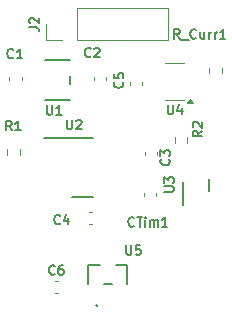
<source format=gbr>
G04 #@! TF.GenerationSoftware,KiCad,Pcbnew,8.0.1*
G04 #@! TF.CreationDate,2025-02-25T23:30:01-07:00*
G04 #@! TF.ProjectId,Temperature_Flex,54656d70-6572-4617-9475-72655f466c65,rev?*
G04 #@! TF.SameCoordinates,Original*
G04 #@! TF.FileFunction,Legend,Top*
G04 #@! TF.FilePolarity,Positive*
%FSLAX46Y46*%
G04 Gerber Fmt 4.6, Leading zero omitted, Abs format (unit mm)*
G04 Created by KiCad (PCBNEW 8.0.1) date 2025-02-25 23:30:01*
%MOMM*%
%LPD*%
G01*
G04 APERTURE LIST*
%ADD10C,0.150000*%
%ADD11C,0.200000*%
%ADD12C,0.120000*%
%ADD13C,0.152400*%
G04 APERTURE END LIST*
D10*
X196072295Y-66479523D02*
X196719914Y-66479523D01*
X196719914Y-66479523D02*
X196796104Y-66441428D01*
X196796104Y-66441428D02*
X196834200Y-66403333D01*
X196834200Y-66403333D02*
X196872295Y-66327142D01*
X196872295Y-66327142D02*
X196872295Y-66174761D01*
X196872295Y-66174761D02*
X196834200Y-66098571D01*
X196834200Y-66098571D02*
X196796104Y-66060476D01*
X196796104Y-66060476D02*
X196719914Y-66022380D01*
X196719914Y-66022380D02*
X196072295Y-66022380D01*
X196072295Y-65717619D02*
X196072295Y-65222381D01*
X196072295Y-65222381D02*
X196377057Y-65489047D01*
X196377057Y-65489047D02*
X196377057Y-65374762D01*
X196377057Y-65374762D02*
X196415152Y-65298571D01*
X196415152Y-65298571D02*
X196453247Y-65260476D01*
X196453247Y-65260476D02*
X196529438Y-65222381D01*
X196529438Y-65222381D02*
X196719914Y-65222381D01*
X196719914Y-65222381D02*
X196796104Y-65260476D01*
X196796104Y-65260476D02*
X196834200Y-65298571D01*
X196834200Y-65298571D02*
X196872295Y-65374762D01*
X196872295Y-65374762D02*
X196872295Y-65603333D01*
X196872295Y-65603333D02*
X196834200Y-65679524D01*
X196834200Y-65679524D02*
X196796104Y-65717619D01*
X189826667Y-55016104D02*
X189788571Y-55054200D01*
X189788571Y-55054200D02*
X189674286Y-55092295D01*
X189674286Y-55092295D02*
X189598095Y-55092295D01*
X189598095Y-55092295D02*
X189483809Y-55054200D01*
X189483809Y-55054200D02*
X189407619Y-54978009D01*
X189407619Y-54978009D02*
X189369524Y-54901819D01*
X189369524Y-54901819D02*
X189331428Y-54749438D01*
X189331428Y-54749438D02*
X189331428Y-54635152D01*
X189331428Y-54635152D02*
X189369524Y-54482771D01*
X189369524Y-54482771D02*
X189407619Y-54406580D01*
X189407619Y-54406580D02*
X189483809Y-54330390D01*
X189483809Y-54330390D02*
X189598095Y-54292295D01*
X189598095Y-54292295D02*
X189674286Y-54292295D01*
X189674286Y-54292295D02*
X189788571Y-54330390D01*
X189788571Y-54330390D02*
X189826667Y-54368485D01*
X190131428Y-54368485D02*
X190169524Y-54330390D01*
X190169524Y-54330390D02*
X190245714Y-54292295D01*
X190245714Y-54292295D02*
X190436190Y-54292295D01*
X190436190Y-54292295D02*
X190512381Y-54330390D01*
X190512381Y-54330390D02*
X190550476Y-54368485D01*
X190550476Y-54368485D02*
X190588571Y-54444676D01*
X190588571Y-54444676D02*
X190588571Y-54520866D01*
X190588571Y-54520866D02*
X190550476Y-54635152D01*
X190550476Y-54635152D02*
X190093333Y-55092295D01*
X190093333Y-55092295D02*
X190588571Y-55092295D01*
X192820476Y-71012295D02*
X192820476Y-71659914D01*
X192820476Y-71659914D02*
X192858571Y-71736104D01*
X192858571Y-71736104D02*
X192896666Y-71774200D01*
X192896666Y-71774200D02*
X192972857Y-71812295D01*
X192972857Y-71812295D02*
X193125238Y-71812295D01*
X193125238Y-71812295D02*
X193201428Y-71774200D01*
X193201428Y-71774200D02*
X193239523Y-71736104D01*
X193239523Y-71736104D02*
X193277619Y-71659914D01*
X193277619Y-71659914D02*
X193277619Y-71012295D01*
X194039523Y-71012295D02*
X193658571Y-71012295D01*
X193658571Y-71012295D02*
X193620475Y-71393247D01*
X193620475Y-71393247D02*
X193658571Y-71355152D01*
X193658571Y-71355152D02*
X193734761Y-71317057D01*
X193734761Y-71317057D02*
X193925237Y-71317057D01*
X193925237Y-71317057D02*
X194001428Y-71355152D01*
X194001428Y-71355152D02*
X194039523Y-71393247D01*
X194039523Y-71393247D02*
X194077618Y-71469438D01*
X194077618Y-71469438D02*
X194077618Y-71659914D01*
X194077618Y-71659914D02*
X194039523Y-71736104D01*
X194039523Y-71736104D02*
X194001428Y-71774200D01*
X194001428Y-71774200D02*
X193925237Y-71812295D01*
X193925237Y-71812295D02*
X193734761Y-71812295D01*
X193734761Y-71812295D02*
X193658571Y-71774200D01*
X193658571Y-71774200D02*
X193620475Y-71736104D01*
X183146667Y-61262295D02*
X182880000Y-60881342D01*
X182689524Y-61262295D02*
X182689524Y-60462295D01*
X182689524Y-60462295D02*
X182994286Y-60462295D01*
X182994286Y-60462295D02*
X183070476Y-60500390D01*
X183070476Y-60500390D02*
X183108571Y-60538485D01*
X183108571Y-60538485D02*
X183146667Y-60614676D01*
X183146667Y-60614676D02*
X183146667Y-60728961D01*
X183146667Y-60728961D02*
X183108571Y-60805152D01*
X183108571Y-60805152D02*
X183070476Y-60843247D01*
X183070476Y-60843247D02*
X182994286Y-60881342D01*
X182994286Y-60881342D02*
X182689524Y-60881342D01*
X183908571Y-61262295D02*
X183451428Y-61262295D01*
X183680000Y-61262295D02*
X183680000Y-60462295D01*
X183680000Y-60462295D02*
X183603809Y-60576580D01*
X183603809Y-60576580D02*
X183527619Y-60652771D01*
X183527619Y-60652771D02*
X183451428Y-60690866D01*
X186791667Y-73406104D02*
X186753571Y-73444200D01*
X186753571Y-73444200D02*
X186639286Y-73482295D01*
X186639286Y-73482295D02*
X186563095Y-73482295D01*
X186563095Y-73482295D02*
X186448809Y-73444200D01*
X186448809Y-73444200D02*
X186372619Y-73368009D01*
X186372619Y-73368009D02*
X186334524Y-73291819D01*
X186334524Y-73291819D02*
X186296428Y-73139438D01*
X186296428Y-73139438D02*
X186296428Y-73025152D01*
X186296428Y-73025152D02*
X186334524Y-72872771D01*
X186334524Y-72872771D02*
X186372619Y-72796580D01*
X186372619Y-72796580D02*
X186448809Y-72720390D01*
X186448809Y-72720390D02*
X186563095Y-72682295D01*
X186563095Y-72682295D02*
X186639286Y-72682295D01*
X186639286Y-72682295D02*
X186753571Y-72720390D01*
X186753571Y-72720390D02*
X186791667Y-72758485D01*
X187477381Y-72682295D02*
X187325000Y-72682295D01*
X187325000Y-72682295D02*
X187248809Y-72720390D01*
X187248809Y-72720390D02*
X187210714Y-72758485D01*
X187210714Y-72758485D02*
X187134524Y-72872771D01*
X187134524Y-72872771D02*
X187096428Y-73025152D01*
X187096428Y-73025152D02*
X187096428Y-73329914D01*
X187096428Y-73329914D02*
X187134524Y-73406104D01*
X187134524Y-73406104D02*
X187172619Y-73444200D01*
X187172619Y-73444200D02*
X187248809Y-73482295D01*
X187248809Y-73482295D02*
X187401190Y-73482295D01*
X187401190Y-73482295D02*
X187477381Y-73444200D01*
X187477381Y-73444200D02*
X187515476Y-73406104D01*
X187515476Y-73406104D02*
X187553571Y-73329914D01*
X187553571Y-73329914D02*
X187553571Y-73139438D01*
X187553571Y-73139438D02*
X187515476Y-73063247D01*
X187515476Y-73063247D02*
X187477381Y-73025152D01*
X187477381Y-73025152D02*
X187401190Y-72987057D01*
X187401190Y-72987057D02*
X187248809Y-72987057D01*
X187248809Y-72987057D02*
X187172619Y-73025152D01*
X187172619Y-73025152D02*
X187134524Y-73063247D01*
X187134524Y-73063247D02*
X187096428Y-73139438D01*
X187810476Y-60372295D02*
X187810476Y-61019914D01*
X187810476Y-61019914D02*
X187848571Y-61096104D01*
X187848571Y-61096104D02*
X187886666Y-61134200D01*
X187886666Y-61134200D02*
X187962857Y-61172295D01*
X187962857Y-61172295D02*
X188115238Y-61172295D01*
X188115238Y-61172295D02*
X188191428Y-61134200D01*
X188191428Y-61134200D02*
X188229523Y-61096104D01*
X188229523Y-61096104D02*
X188267619Y-61019914D01*
X188267619Y-61019914D02*
X188267619Y-60372295D01*
X188610475Y-60448485D02*
X188648571Y-60410390D01*
X188648571Y-60410390D02*
X188724761Y-60372295D01*
X188724761Y-60372295D02*
X188915237Y-60372295D01*
X188915237Y-60372295D02*
X188991428Y-60410390D01*
X188991428Y-60410390D02*
X189029523Y-60448485D01*
X189029523Y-60448485D02*
X189067618Y-60524676D01*
X189067618Y-60524676D02*
X189067618Y-60600866D01*
X189067618Y-60600866D02*
X189029523Y-60715152D01*
X189029523Y-60715152D02*
X188572380Y-61172295D01*
X188572380Y-61172295D02*
X189067618Y-61172295D01*
X197344762Y-53512295D02*
X197078095Y-53131342D01*
X196887619Y-53512295D02*
X196887619Y-52712295D01*
X196887619Y-52712295D02*
X197192381Y-52712295D01*
X197192381Y-52712295D02*
X197268571Y-52750390D01*
X197268571Y-52750390D02*
X197306666Y-52788485D01*
X197306666Y-52788485D02*
X197344762Y-52864676D01*
X197344762Y-52864676D02*
X197344762Y-52978961D01*
X197344762Y-52978961D02*
X197306666Y-53055152D01*
X197306666Y-53055152D02*
X197268571Y-53093247D01*
X197268571Y-53093247D02*
X197192381Y-53131342D01*
X197192381Y-53131342D02*
X196887619Y-53131342D01*
X197497143Y-53588485D02*
X198106666Y-53588485D01*
X198754286Y-53436104D02*
X198716190Y-53474200D01*
X198716190Y-53474200D02*
X198601905Y-53512295D01*
X198601905Y-53512295D02*
X198525714Y-53512295D01*
X198525714Y-53512295D02*
X198411428Y-53474200D01*
X198411428Y-53474200D02*
X198335238Y-53398009D01*
X198335238Y-53398009D02*
X198297143Y-53321819D01*
X198297143Y-53321819D02*
X198259047Y-53169438D01*
X198259047Y-53169438D02*
X198259047Y-53055152D01*
X198259047Y-53055152D02*
X198297143Y-52902771D01*
X198297143Y-52902771D02*
X198335238Y-52826580D01*
X198335238Y-52826580D02*
X198411428Y-52750390D01*
X198411428Y-52750390D02*
X198525714Y-52712295D01*
X198525714Y-52712295D02*
X198601905Y-52712295D01*
X198601905Y-52712295D02*
X198716190Y-52750390D01*
X198716190Y-52750390D02*
X198754286Y-52788485D01*
X199440000Y-52978961D02*
X199440000Y-53512295D01*
X199097143Y-52978961D02*
X199097143Y-53398009D01*
X199097143Y-53398009D02*
X199135238Y-53474200D01*
X199135238Y-53474200D02*
X199211428Y-53512295D01*
X199211428Y-53512295D02*
X199325714Y-53512295D01*
X199325714Y-53512295D02*
X199401905Y-53474200D01*
X199401905Y-53474200D02*
X199440000Y-53436104D01*
X199820953Y-53512295D02*
X199820953Y-52978961D01*
X199820953Y-53131342D02*
X199859048Y-53055152D01*
X199859048Y-53055152D02*
X199897143Y-53017057D01*
X199897143Y-53017057D02*
X199973334Y-52978961D01*
X199973334Y-52978961D02*
X200049524Y-52978961D01*
X200316191Y-53512295D02*
X200316191Y-52978961D01*
X200316191Y-53131342D02*
X200354286Y-53055152D01*
X200354286Y-53055152D02*
X200392381Y-53017057D01*
X200392381Y-53017057D02*
X200468572Y-52978961D01*
X200468572Y-52978961D02*
X200544762Y-52978961D01*
X201230476Y-53512295D02*
X200773333Y-53512295D01*
X201001905Y-53512295D02*
X201001905Y-52712295D01*
X201001905Y-52712295D02*
X200925714Y-52826580D01*
X200925714Y-52826580D02*
X200849524Y-52902771D01*
X200849524Y-52902771D02*
X200773333Y-52940866D01*
X199252295Y-61303332D02*
X198871342Y-61569999D01*
X199252295Y-61760475D02*
X198452295Y-61760475D01*
X198452295Y-61760475D02*
X198452295Y-61455713D01*
X198452295Y-61455713D02*
X198490390Y-61379523D01*
X198490390Y-61379523D02*
X198528485Y-61341428D01*
X198528485Y-61341428D02*
X198604676Y-61303332D01*
X198604676Y-61303332D02*
X198718961Y-61303332D01*
X198718961Y-61303332D02*
X198795152Y-61341428D01*
X198795152Y-61341428D02*
X198833247Y-61379523D01*
X198833247Y-61379523D02*
X198871342Y-61455713D01*
X198871342Y-61455713D02*
X198871342Y-61760475D01*
X198528485Y-60998571D02*
X198490390Y-60960475D01*
X198490390Y-60960475D02*
X198452295Y-60884285D01*
X198452295Y-60884285D02*
X198452295Y-60693809D01*
X198452295Y-60693809D02*
X198490390Y-60617618D01*
X198490390Y-60617618D02*
X198528485Y-60579523D01*
X198528485Y-60579523D02*
X198604676Y-60541428D01*
X198604676Y-60541428D02*
X198680866Y-60541428D01*
X198680866Y-60541428D02*
X198795152Y-60579523D01*
X198795152Y-60579523D02*
X199252295Y-61036666D01*
X199252295Y-61036666D02*
X199252295Y-60541428D01*
X186110476Y-59162295D02*
X186110476Y-59809914D01*
X186110476Y-59809914D02*
X186148571Y-59886104D01*
X186148571Y-59886104D02*
X186186666Y-59924200D01*
X186186666Y-59924200D02*
X186262857Y-59962295D01*
X186262857Y-59962295D02*
X186415238Y-59962295D01*
X186415238Y-59962295D02*
X186491428Y-59924200D01*
X186491428Y-59924200D02*
X186529523Y-59886104D01*
X186529523Y-59886104D02*
X186567619Y-59809914D01*
X186567619Y-59809914D02*
X186567619Y-59162295D01*
X187367618Y-59962295D02*
X186910475Y-59962295D01*
X187139047Y-59962295D02*
X187139047Y-59162295D01*
X187139047Y-59162295D02*
X187062856Y-59276580D01*
X187062856Y-59276580D02*
X186986666Y-59352771D01*
X186986666Y-59352771D02*
X186910475Y-59390866D01*
X193508095Y-69336104D02*
X193469999Y-69374200D01*
X193469999Y-69374200D02*
X193355714Y-69412295D01*
X193355714Y-69412295D02*
X193279523Y-69412295D01*
X193279523Y-69412295D02*
X193165237Y-69374200D01*
X193165237Y-69374200D02*
X193089047Y-69298009D01*
X193089047Y-69298009D02*
X193050952Y-69221819D01*
X193050952Y-69221819D02*
X193012856Y-69069438D01*
X193012856Y-69069438D02*
X193012856Y-68955152D01*
X193012856Y-68955152D02*
X193050952Y-68802771D01*
X193050952Y-68802771D02*
X193089047Y-68726580D01*
X193089047Y-68726580D02*
X193165237Y-68650390D01*
X193165237Y-68650390D02*
X193279523Y-68612295D01*
X193279523Y-68612295D02*
X193355714Y-68612295D01*
X193355714Y-68612295D02*
X193469999Y-68650390D01*
X193469999Y-68650390D02*
X193508095Y-68688485D01*
X193736666Y-68612295D02*
X194193809Y-68612295D01*
X193965237Y-69412295D02*
X193965237Y-68612295D01*
X194460476Y-69412295D02*
X194460476Y-68878961D01*
X194460476Y-68612295D02*
X194422380Y-68650390D01*
X194422380Y-68650390D02*
X194460476Y-68688485D01*
X194460476Y-68688485D02*
X194498571Y-68650390D01*
X194498571Y-68650390D02*
X194460476Y-68612295D01*
X194460476Y-68612295D02*
X194460476Y-68688485D01*
X194841428Y-69412295D02*
X194841428Y-68878961D01*
X194841428Y-68955152D02*
X194879523Y-68917057D01*
X194879523Y-68917057D02*
X194955713Y-68878961D01*
X194955713Y-68878961D02*
X195069999Y-68878961D01*
X195069999Y-68878961D02*
X195146190Y-68917057D01*
X195146190Y-68917057D02*
X195184285Y-68993247D01*
X195184285Y-68993247D02*
X195184285Y-69412295D01*
X195184285Y-68993247D02*
X195222380Y-68917057D01*
X195222380Y-68917057D02*
X195298571Y-68878961D01*
X195298571Y-68878961D02*
X195412856Y-68878961D01*
X195412856Y-68878961D02*
X195489047Y-68917057D01*
X195489047Y-68917057D02*
X195527142Y-68993247D01*
X195527142Y-68993247D02*
X195527142Y-69412295D01*
X196327142Y-69412295D02*
X195869999Y-69412295D01*
X196098571Y-69412295D02*
X196098571Y-68612295D01*
X196098571Y-68612295D02*
X196022380Y-68726580D01*
X196022380Y-68726580D02*
X195946190Y-68802771D01*
X195946190Y-68802771D02*
X195869999Y-68840866D01*
X192526104Y-57183332D02*
X192564200Y-57221428D01*
X192564200Y-57221428D02*
X192602295Y-57335713D01*
X192602295Y-57335713D02*
X192602295Y-57411904D01*
X192602295Y-57411904D02*
X192564200Y-57526190D01*
X192564200Y-57526190D02*
X192488009Y-57602380D01*
X192488009Y-57602380D02*
X192411819Y-57640475D01*
X192411819Y-57640475D02*
X192259438Y-57678571D01*
X192259438Y-57678571D02*
X192145152Y-57678571D01*
X192145152Y-57678571D02*
X191992771Y-57640475D01*
X191992771Y-57640475D02*
X191916580Y-57602380D01*
X191916580Y-57602380D02*
X191840390Y-57526190D01*
X191840390Y-57526190D02*
X191802295Y-57411904D01*
X191802295Y-57411904D02*
X191802295Y-57335713D01*
X191802295Y-57335713D02*
X191840390Y-57221428D01*
X191840390Y-57221428D02*
X191878485Y-57183332D01*
X191802295Y-56459523D02*
X191802295Y-56840475D01*
X191802295Y-56840475D02*
X192183247Y-56878571D01*
X192183247Y-56878571D02*
X192145152Y-56840475D01*
X192145152Y-56840475D02*
X192107057Y-56764285D01*
X192107057Y-56764285D02*
X192107057Y-56573809D01*
X192107057Y-56573809D02*
X192145152Y-56497618D01*
X192145152Y-56497618D02*
X192183247Y-56459523D01*
X192183247Y-56459523D02*
X192259438Y-56421428D01*
X192259438Y-56421428D02*
X192449914Y-56421428D01*
X192449914Y-56421428D02*
X192526104Y-56459523D01*
X192526104Y-56459523D02*
X192564200Y-56497618D01*
X192564200Y-56497618D02*
X192602295Y-56573809D01*
X192602295Y-56573809D02*
X192602295Y-56764285D01*
X192602295Y-56764285D02*
X192564200Y-56840475D01*
X192564200Y-56840475D02*
X192526104Y-56878571D01*
X184612295Y-52526666D02*
X185183723Y-52526666D01*
X185183723Y-52526666D02*
X185298009Y-52564761D01*
X185298009Y-52564761D02*
X185374200Y-52640952D01*
X185374200Y-52640952D02*
X185412295Y-52755237D01*
X185412295Y-52755237D02*
X185412295Y-52831428D01*
X184688485Y-52183809D02*
X184650390Y-52145713D01*
X184650390Y-52145713D02*
X184612295Y-52069523D01*
X184612295Y-52069523D02*
X184612295Y-51879047D01*
X184612295Y-51879047D02*
X184650390Y-51802856D01*
X184650390Y-51802856D02*
X184688485Y-51764761D01*
X184688485Y-51764761D02*
X184764676Y-51726666D01*
X184764676Y-51726666D02*
X184840866Y-51726666D01*
X184840866Y-51726666D02*
X184955152Y-51764761D01*
X184955152Y-51764761D02*
X185412295Y-52221904D01*
X185412295Y-52221904D02*
X185412295Y-51726666D01*
X196347976Y-59092295D02*
X196347976Y-59739914D01*
X196347976Y-59739914D02*
X196386071Y-59816104D01*
X196386071Y-59816104D02*
X196424166Y-59854200D01*
X196424166Y-59854200D02*
X196500357Y-59892295D01*
X196500357Y-59892295D02*
X196652738Y-59892295D01*
X196652738Y-59892295D02*
X196728928Y-59854200D01*
X196728928Y-59854200D02*
X196767023Y-59816104D01*
X196767023Y-59816104D02*
X196805119Y-59739914D01*
X196805119Y-59739914D02*
X196805119Y-59092295D01*
X197528928Y-59358961D02*
X197528928Y-59892295D01*
X197338452Y-59054200D02*
X197147975Y-59625628D01*
X197147975Y-59625628D02*
X197643214Y-59625628D01*
X196456104Y-63723332D02*
X196494200Y-63761428D01*
X196494200Y-63761428D02*
X196532295Y-63875713D01*
X196532295Y-63875713D02*
X196532295Y-63951904D01*
X196532295Y-63951904D02*
X196494200Y-64066190D01*
X196494200Y-64066190D02*
X196418009Y-64142380D01*
X196418009Y-64142380D02*
X196341819Y-64180475D01*
X196341819Y-64180475D02*
X196189438Y-64218571D01*
X196189438Y-64218571D02*
X196075152Y-64218571D01*
X196075152Y-64218571D02*
X195922771Y-64180475D01*
X195922771Y-64180475D02*
X195846580Y-64142380D01*
X195846580Y-64142380D02*
X195770390Y-64066190D01*
X195770390Y-64066190D02*
X195732295Y-63951904D01*
X195732295Y-63951904D02*
X195732295Y-63875713D01*
X195732295Y-63875713D02*
X195770390Y-63761428D01*
X195770390Y-63761428D02*
X195808485Y-63723332D01*
X195732295Y-63456666D02*
X195732295Y-62961428D01*
X195732295Y-62961428D02*
X196037057Y-63228094D01*
X196037057Y-63228094D02*
X196037057Y-63113809D01*
X196037057Y-63113809D02*
X196075152Y-63037618D01*
X196075152Y-63037618D02*
X196113247Y-62999523D01*
X196113247Y-62999523D02*
X196189438Y-62961428D01*
X196189438Y-62961428D02*
X196379914Y-62961428D01*
X196379914Y-62961428D02*
X196456104Y-62999523D01*
X196456104Y-62999523D02*
X196494200Y-63037618D01*
X196494200Y-63037618D02*
X196532295Y-63113809D01*
X196532295Y-63113809D02*
X196532295Y-63342380D01*
X196532295Y-63342380D02*
X196494200Y-63418571D01*
X196494200Y-63418571D02*
X196456104Y-63456666D01*
X187226667Y-69146104D02*
X187188571Y-69184200D01*
X187188571Y-69184200D02*
X187074286Y-69222295D01*
X187074286Y-69222295D02*
X186998095Y-69222295D01*
X186998095Y-69222295D02*
X186883809Y-69184200D01*
X186883809Y-69184200D02*
X186807619Y-69108009D01*
X186807619Y-69108009D02*
X186769524Y-69031819D01*
X186769524Y-69031819D02*
X186731428Y-68879438D01*
X186731428Y-68879438D02*
X186731428Y-68765152D01*
X186731428Y-68765152D02*
X186769524Y-68612771D01*
X186769524Y-68612771D02*
X186807619Y-68536580D01*
X186807619Y-68536580D02*
X186883809Y-68460390D01*
X186883809Y-68460390D02*
X186998095Y-68422295D01*
X186998095Y-68422295D02*
X187074286Y-68422295D01*
X187074286Y-68422295D02*
X187188571Y-68460390D01*
X187188571Y-68460390D02*
X187226667Y-68498485D01*
X187912381Y-68688961D02*
X187912381Y-69222295D01*
X187721905Y-68384200D02*
X187531428Y-68955628D01*
X187531428Y-68955628D02*
X188026667Y-68955628D01*
X183276667Y-55096104D02*
X183238571Y-55134200D01*
X183238571Y-55134200D02*
X183124286Y-55172295D01*
X183124286Y-55172295D02*
X183048095Y-55172295D01*
X183048095Y-55172295D02*
X182933809Y-55134200D01*
X182933809Y-55134200D02*
X182857619Y-55058009D01*
X182857619Y-55058009D02*
X182819524Y-54981819D01*
X182819524Y-54981819D02*
X182781428Y-54829438D01*
X182781428Y-54829438D02*
X182781428Y-54715152D01*
X182781428Y-54715152D02*
X182819524Y-54562771D01*
X182819524Y-54562771D02*
X182857619Y-54486580D01*
X182857619Y-54486580D02*
X182933809Y-54410390D01*
X182933809Y-54410390D02*
X183048095Y-54372295D01*
X183048095Y-54372295D02*
X183124286Y-54372295D01*
X183124286Y-54372295D02*
X183238571Y-54410390D01*
X183238571Y-54410390D02*
X183276667Y-54448485D01*
X184038571Y-55172295D02*
X183581428Y-55172295D01*
X183810000Y-55172295D02*
X183810000Y-54372295D01*
X183810000Y-54372295D02*
X183733809Y-54486580D01*
X183733809Y-54486580D02*
X183657619Y-54562771D01*
X183657619Y-54562771D02*
X183581428Y-54600866D01*
D11*
X197605002Y-67570002D02*
X197605002Y-65620001D01*
X199830001Y-66420002D02*
X199830001Y-65370002D01*
D12*
X190130000Y-56714420D02*
X190130000Y-56995580D01*
X191150000Y-56714420D02*
X191150000Y-56995580D01*
D13*
X189639000Y-72647700D02*
X189639000Y-74298700D01*
X190652460Y-72647700D02*
X189639000Y-72647700D01*
X190977580Y-74298700D02*
X191602420Y-74298700D01*
X192941000Y-72647700D02*
X191927540Y-72647700D01*
X192941000Y-74298700D02*
X192941000Y-72647700D01*
X190416240Y-76114800D02*
G75*
G02*
X190263840Y-76114800I-76200J0D01*
G01*
X190263840Y-76114800D02*
G75*
G02*
X190416240Y-76114800I76200J0D01*
G01*
D12*
X182757500Y-62857742D02*
X182757500Y-63332258D01*
X183802500Y-62857742D02*
X183802500Y-63332258D01*
X186784420Y-74040000D02*
X187065580Y-74040000D01*
X186784420Y-75060000D02*
X187065580Y-75060000D01*
D11*
X185845000Y-61895000D02*
X190045002Y-61895000D01*
X188245000Y-66895000D02*
X190045002Y-66895000D01*
D12*
X199877500Y-56432258D02*
X199877500Y-55957742D01*
X200922500Y-56432258D02*
X200922500Y-55957742D01*
X196937500Y-61867742D02*
X196937500Y-62342258D01*
X197982500Y-61867742D02*
X197982500Y-62342258D01*
D13*
X185986700Y-58696401D02*
X188044100Y-58696401D01*
X188044100Y-55343601D02*
X185986700Y-55343601D01*
X188044100Y-57383262D02*
X188044100Y-56656740D01*
D12*
X194320000Y-66855580D02*
X194320000Y-66574420D01*
X195340000Y-66855580D02*
X195340000Y-66574420D01*
X193190000Y-57174420D02*
X193190000Y-57455580D01*
X194210000Y-57174420D02*
X194210000Y-57455580D01*
X186050000Y-53590000D02*
X186050000Y-52260000D01*
X187380000Y-53590000D02*
X186050000Y-53590000D01*
X188650000Y-50930000D02*
X196330000Y-50930000D01*
X188650000Y-53590000D02*
X188650000Y-50930000D01*
X188650000Y-53590000D02*
X196330000Y-53590000D01*
X196330000Y-53590000D02*
X196330000Y-50930000D01*
X196957500Y-55570000D02*
X196157500Y-55570000D01*
X196957500Y-55570000D02*
X197757500Y-55570000D01*
X196957500Y-58690000D02*
X196157500Y-58690000D01*
X196957500Y-58690000D02*
X197757500Y-58690000D01*
X198497500Y-58970000D02*
X198017500Y-58970000D01*
X198257500Y-58640000D01*
X198497500Y-58970000D01*
G36*
X198497500Y-58970000D02*
G01*
X198017500Y-58970000D01*
X198257500Y-58640000D01*
X198497500Y-58970000D01*
G37*
X194400000Y-63094420D02*
X194400000Y-63375580D01*
X195420000Y-63094420D02*
X195420000Y-63375580D01*
X189684420Y-68170000D02*
X189965580Y-68170000D01*
X189684420Y-69190000D02*
X189965580Y-69190000D01*
X182950000Y-56744420D02*
X182950000Y-57025580D01*
X183970000Y-56744420D02*
X183970000Y-57025580D01*
M02*

</source>
